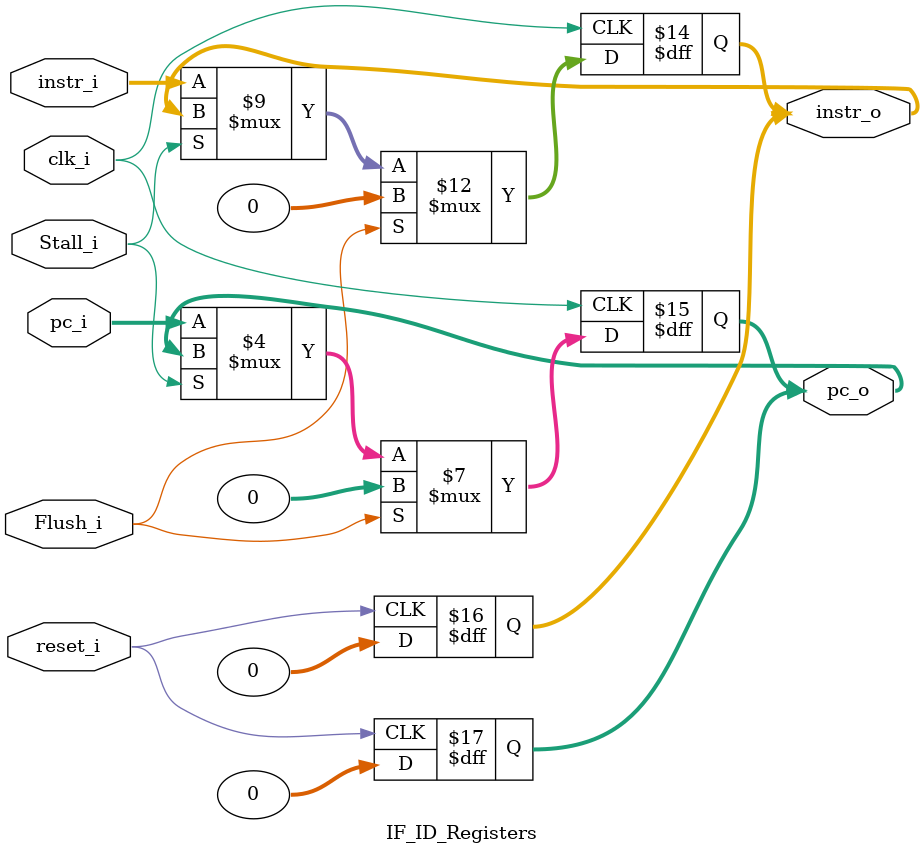
<source format=v>
module IF_ID_Registers
(
    clk_i,
    reset_i,
    Stall_i,
    Flush_i,
    instr_i,
    pc_i,
    instr_o,
    pc_o
);

    parameter width = 32;

    input                      clk_i;
    input                      reset_i;
    input                      Stall_i;
    input                      Flush_i;
    input   [width - 1: 0]     instr_i;
    input   [width - 1: 0]     pc_i;
    output  [width - 1: 0]     instr_o;
    output  [width - 1: 0]     pc_o;

    reg     [width - 1: 0]     instr_o;
    reg     [width - 1: 0]     pc_o;

    always @ (posedge reset_i) begin
        pc_o    <= 32'b0;
        instr_o <= 32'b0;
    end

    always @ (posedge clk_i) begin
        if (Flush_i) begin
            pc_o    <= 32'b0;
            instr_o <= 32'b0;
        end
        else if (!Stall_i) begin
            pc_o    <= pc_i;
            instr_o <= instr_i;
        end
    end

endmodule

</source>
